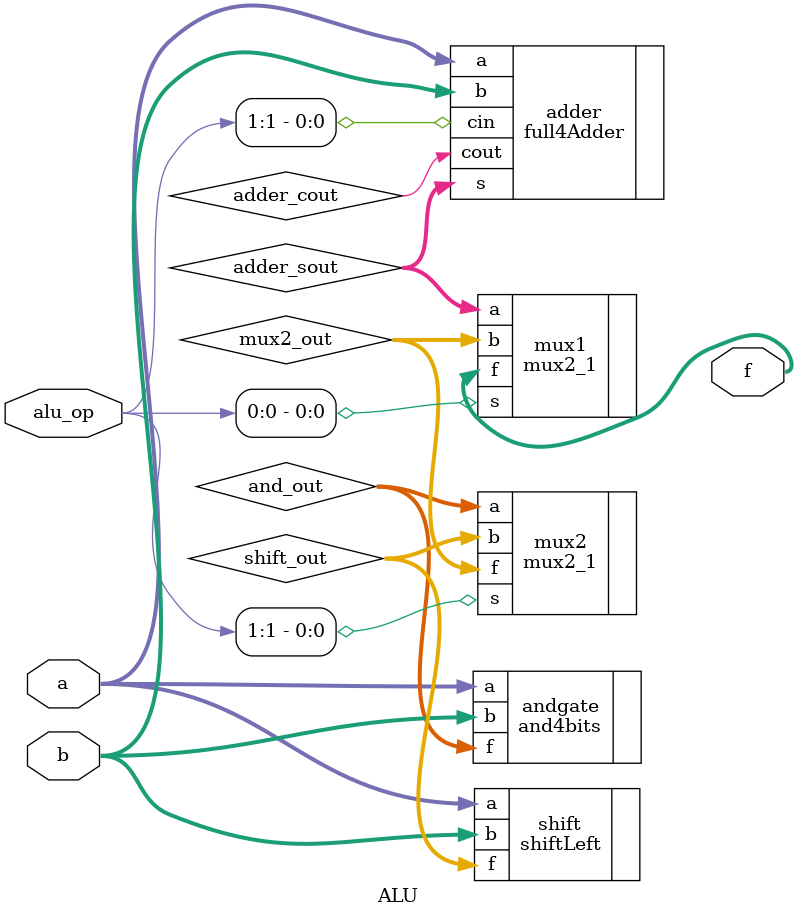
<source format=sv>
`timescale 1ns / 1ps


module ALU(
      output [3:0] f,
      input [1:0] alu_op,
      input [3:0] a,
      input [3:0] b
    );
    
    logic [3:0] adder_sout;
    logic adder_cout;
    
    full4Adder adder(
    .a(a),
    .b(b),
    .s(adder_sout),
    .cout(adder_cout),
    .cin(alu_op[1])
    );
    logic [3:0] shift_out;
    shiftLeft shift(
        .a(a),
        .b(b),
        .f(shift_out)
    );
    logic [3:0] and_out;
    and4bits andgate(
        .a(a),
        .b(b),
        .f(and_out)
    );
    //00 add
    //10 subtract
    //11 shift
    //01 and
      logic [3:0] mux2_out;
      mux2_1 #(.width(4)) mux2(
     .a(and_out),//and 0
     .b(shift_out),//shift 1
     .s(alu_op[1]),
     .f(mux2_out)
    );
      mux2_1 #(.width(4)) mux1(
     .a(adder_sout),//0
     .b(mux2_out),//1
     .s(alu_op[0]),
     .f(f)
    );
endmodule

</source>
